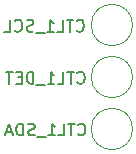
<source format=gbr>
%TF.GenerationSoftware,KiCad,Pcbnew,(6.0.0-0)*%
%TF.CreationDate,2022-08-25T03:12:56-06:00*%
%TF.ProjectId,FlippyControl,466c6970-7079-4436-9f6e-74726f6c2e6b,A*%
%TF.SameCoordinates,Original*%
%TF.FileFunction,Legend,Bot*%
%TF.FilePolarity,Positive*%
%FSLAX46Y46*%
G04 Gerber Fmt 4.6, Leading zero omitted, Abs format (unit mm)*
G04 Created by KiCad (PCBNEW (6.0.0-0)) date 2022-08-25 03:12:56*
%MOMM*%
%LPD*%
G01*
G04 APERTURE LIST*
G04 Aperture macros list*
%AMRoundRect*
0 Rectangle with rounded corners*
0 $1 Rounding radius*
0 $2 $3 $4 $5 $6 $7 $8 $9 X,Y pos of 4 corners*
0 Add a 4 corners polygon primitive as box body*
4,1,4,$2,$3,$4,$5,$6,$7,$8,$9,$2,$3,0*
0 Add four circle primitives for the rounded corners*
1,1,$1+$1,$2,$3*
1,1,$1+$1,$4,$5*
1,1,$1+$1,$6,$7*
1,1,$1+$1,$8,$9*
0 Add four rect primitives between the rounded corners*
20,1,$1+$1,$2,$3,$4,$5,0*
20,1,$1+$1,$4,$5,$6,$7,0*
20,1,$1+$1,$6,$7,$8,$9,0*
20,1,$1+$1,$8,$9,$2,$3,0*%
G04 Aperture macros list end*
%ADD10C,0.150000*%
%ADD11C,0.120000*%
%ADD12C,1.500000*%
%ADD13RoundRect,0.050000X-3.799586X0.649986X-3.799586X-0.649986X3.799586X-0.649986X3.799586X0.649986X0*%
%ADD14O,1.827200X2.132000*%
%ADD15C,4.164000*%
%ADD16C,2.900000*%
%ADD17O,0.800000X0.700000*%
%ADD18O,2.500000X1.000000*%
%ADD19O,1.800000X1.000000*%
%ADD20RoundRect,0.300000X-0.600000X-0.600000X0.600000X-0.600000X0.600000X0.600000X-0.600000X0.600000X0*%
%ADD21C,1.800000*%
%ADD22RoundRect,0.050000X-0.850000X0.850000X-0.850000X-0.850000X0.850000X-0.850000X0.850000X0.850000X0*%
%ADD23O,1.800000X1.800000*%
%ADD24C,3.100000*%
%ADD25C,0.700000*%
G04 APERTURE END LIST*
D10*
%TO.C,TP4*%
X162236095Y-103022142D02*
X162283714Y-103069761D01*
X162426571Y-103117380D01*
X162521809Y-103117380D01*
X162664666Y-103069761D01*
X162759904Y-102974523D01*
X162807523Y-102879285D01*
X162855142Y-102688809D01*
X162855142Y-102545952D01*
X162807523Y-102355476D01*
X162759904Y-102260238D01*
X162664666Y-102165000D01*
X162521809Y-102117380D01*
X162426571Y-102117380D01*
X162283714Y-102165000D01*
X162236095Y-102212619D01*
X161950380Y-102117380D02*
X161378952Y-102117380D01*
X161664666Y-103117380D02*
X161664666Y-102117380D01*
X160569428Y-103117380D02*
X161045619Y-103117380D01*
X161045619Y-102117380D01*
X159712285Y-103117380D02*
X160283714Y-103117380D01*
X159998000Y-103117380D02*
X159998000Y-102117380D01*
X160093238Y-102260238D01*
X160188476Y-102355476D01*
X160283714Y-102403095D01*
X159521809Y-103212619D02*
X158759904Y-103212619D01*
X158569428Y-103069761D02*
X158426571Y-103117380D01*
X158188476Y-103117380D01*
X158093238Y-103069761D01*
X158045619Y-103022142D01*
X157998000Y-102926904D01*
X157998000Y-102831666D01*
X158045619Y-102736428D01*
X158093238Y-102688809D01*
X158188476Y-102641190D01*
X158378952Y-102593571D01*
X158474190Y-102545952D01*
X158521809Y-102498333D01*
X158569428Y-102403095D01*
X158569428Y-102307857D01*
X158521809Y-102212619D01*
X158474190Y-102165000D01*
X158378952Y-102117380D01*
X158140857Y-102117380D01*
X157998000Y-102165000D01*
X157569428Y-103117380D02*
X157569428Y-102117380D01*
X157331333Y-102117380D01*
X157188476Y-102165000D01*
X157093238Y-102260238D01*
X157045619Y-102355476D01*
X156998000Y-102545952D01*
X156998000Y-102688809D01*
X157045619Y-102879285D01*
X157093238Y-102974523D01*
X157188476Y-103069761D01*
X157331333Y-103117380D01*
X157569428Y-103117380D01*
X156617047Y-102831666D02*
X156140857Y-102831666D01*
X156712285Y-103117380D02*
X156378952Y-102117380D01*
X156045619Y-103117380D01*
%TO.C,TP6*%
X162164666Y-98622142D02*
X162212285Y-98669761D01*
X162355142Y-98717380D01*
X162450380Y-98717380D01*
X162593238Y-98669761D01*
X162688476Y-98574523D01*
X162736095Y-98479285D01*
X162783714Y-98288809D01*
X162783714Y-98145952D01*
X162736095Y-97955476D01*
X162688476Y-97860238D01*
X162593238Y-97765000D01*
X162450380Y-97717380D01*
X162355142Y-97717380D01*
X162212285Y-97765000D01*
X162164666Y-97812619D01*
X161878952Y-97717380D02*
X161307523Y-97717380D01*
X161593238Y-98717380D02*
X161593238Y-97717380D01*
X160498000Y-98717380D02*
X160974190Y-98717380D01*
X160974190Y-97717380D01*
X159640857Y-98717380D02*
X160212285Y-98717380D01*
X159926571Y-98717380D02*
X159926571Y-97717380D01*
X160021809Y-97860238D01*
X160117047Y-97955476D01*
X160212285Y-98003095D01*
X159450380Y-98812619D02*
X158688476Y-98812619D01*
X158450380Y-98717380D02*
X158450380Y-97717380D01*
X158212285Y-97717380D01*
X158069428Y-97765000D01*
X157974190Y-97860238D01*
X157926571Y-97955476D01*
X157878952Y-98145952D01*
X157878952Y-98288809D01*
X157926571Y-98479285D01*
X157974190Y-98574523D01*
X158069428Y-98669761D01*
X158212285Y-98717380D01*
X158450380Y-98717380D01*
X157450380Y-98193571D02*
X157117047Y-98193571D01*
X156974190Y-98717380D02*
X157450380Y-98717380D01*
X157450380Y-97717380D01*
X156974190Y-97717380D01*
X156688476Y-97717380D02*
X156117047Y-97717380D01*
X156402761Y-98717380D02*
X156402761Y-97717380D01*
%TO.C,TP2*%
X162112285Y-94222142D02*
X162159904Y-94269761D01*
X162302761Y-94317380D01*
X162398000Y-94317380D01*
X162540857Y-94269761D01*
X162636095Y-94174523D01*
X162683714Y-94079285D01*
X162731333Y-93888809D01*
X162731333Y-93745952D01*
X162683714Y-93555476D01*
X162636095Y-93460238D01*
X162540857Y-93365000D01*
X162398000Y-93317380D01*
X162302761Y-93317380D01*
X162159904Y-93365000D01*
X162112285Y-93412619D01*
X161826571Y-93317380D02*
X161255142Y-93317380D01*
X161540857Y-94317380D02*
X161540857Y-93317380D01*
X160445619Y-94317380D02*
X160921809Y-94317380D01*
X160921809Y-93317380D01*
X159588476Y-94317380D02*
X160159904Y-94317380D01*
X159874190Y-94317380D02*
X159874190Y-93317380D01*
X159969428Y-93460238D01*
X160064666Y-93555476D01*
X160159904Y-93603095D01*
X159398000Y-94412619D02*
X158636095Y-94412619D01*
X158445619Y-94269761D02*
X158302761Y-94317380D01*
X158064666Y-94317380D01*
X157969428Y-94269761D01*
X157921809Y-94222142D01*
X157874190Y-94126904D01*
X157874190Y-94031666D01*
X157921809Y-93936428D01*
X157969428Y-93888809D01*
X158064666Y-93841190D01*
X158255142Y-93793571D01*
X158350380Y-93745952D01*
X158398000Y-93698333D01*
X158445619Y-93603095D01*
X158445619Y-93507857D01*
X158398000Y-93412619D01*
X158350380Y-93365000D01*
X158255142Y-93317380D01*
X158017047Y-93317380D01*
X157874190Y-93365000D01*
X156874190Y-94222142D02*
X156921809Y-94269761D01*
X157064666Y-94317380D01*
X157159904Y-94317380D01*
X157302761Y-94269761D01*
X157398000Y-94174523D01*
X157445619Y-94079285D01*
X157493238Y-93888809D01*
X157493238Y-93745952D01*
X157445619Y-93555476D01*
X157398000Y-93460238D01*
X157302761Y-93365000D01*
X157159904Y-93317380D01*
X157064666Y-93317380D01*
X156921809Y-93365000D01*
X156874190Y-93412619D01*
X155969428Y-94317380D02*
X156445619Y-94317380D01*
X156445619Y-93317380D01*
D11*
%TO.C,TP4*%
X166848000Y-102565000D02*
G75*
G03*
X166848000Y-102565000I-1750000J0D01*
G01*
%TO.C,TP6*%
X166848000Y-98165000D02*
G75*
G03*
X166848000Y-98165000I-1750000J0D01*
G01*
%TO.C,TP2*%
X166848000Y-93765000D02*
G75*
G03*
X166848000Y-93765000I-1750000J0D01*
G01*
%TD*%
%LPC*%
D12*
%TO.C,U1*%
X131128000Y-111435000D03*
X131128000Y-108895000D03*
X133668000Y-111435000D03*
X133668000Y-108895000D03*
X136208000Y-111435000D03*
X136208000Y-108895000D03*
X138748000Y-111435000D03*
X138748000Y-108895000D03*
X141288000Y-111435000D03*
X141288000Y-108895000D03*
X143828000Y-111435000D03*
X143828000Y-108895000D03*
X146368000Y-111435000D03*
X146368000Y-108895000D03*
X148908000Y-111435000D03*
X148908000Y-108895000D03*
X151448000Y-111435000D03*
X151448000Y-108895000D03*
X153988000Y-111435000D03*
X153988000Y-108895000D03*
X131128000Y-86035000D03*
X131128000Y-83495000D03*
X133668000Y-86035000D03*
X133668000Y-83495000D03*
X136208000Y-86035000D03*
X136208000Y-83495000D03*
X138748000Y-86035000D03*
X138748000Y-83495000D03*
X141288000Y-86035000D03*
X141288000Y-83495000D03*
X143828000Y-86035000D03*
X143828000Y-83495000D03*
X146368000Y-86035000D03*
X146368000Y-83495000D03*
X148908000Y-86035000D03*
X148908000Y-83495000D03*
X151448000Y-86035000D03*
X151448000Y-83495000D03*
X153988000Y-86035000D03*
X153988000Y-83495000D03*
%TD*%
D13*
%TO.C,J2*%
X174298000Y-112415000D03*
X174298000Y-110415004D03*
X174298000Y-114415123D03*
%TD*%
%TO.C,J1*%
X174274300Y-85215000D03*
X174274300Y-83215004D03*
X174274300Y-87215123D03*
%TD*%
D14*
%TO.C,P1*%
X138938000Y-123825000D03*
X141478000Y-123825000D03*
X144018000Y-123825000D03*
X146558000Y-123825000D03*
X149098000Y-123825000D03*
X151638000Y-123825000D03*
X154178000Y-123825000D03*
X156718000Y-123825000D03*
%TD*%
%TO.C,P2*%
X161798000Y-123825000D03*
X164338000Y-123825000D03*
X166878000Y-123825000D03*
X169418000Y-123825000D03*
X171958000Y-123825000D03*
X174498000Y-123825000D03*
%TD*%
%TO.C,P3*%
X129794000Y-75565000D03*
X132334000Y-75565000D03*
X134874000Y-75565000D03*
X137414000Y-75565000D03*
X139954000Y-75565000D03*
X142494000Y-75565000D03*
X145034000Y-75565000D03*
X147574000Y-75565000D03*
X150114000Y-75565000D03*
X152654000Y-75565000D03*
%TD*%
%TO.C,P4*%
X156718000Y-75565000D03*
X159258000Y-75565000D03*
X161798000Y-75565000D03*
X164338000Y-75565000D03*
X166878000Y-75565000D03*
X169418000Y-75565000D03*
X171958000Y-75565000D03*
X174498000Y-75565000D03*
%TD*%
D15*
%TO.C,P5*%
X124968000Y-123825000D03*
%TD*%
%TO.C,P7*%
X126238000Y-75565000D03*
%TD*%
D16*
%TO.C,TP7*%
X131098000Y-123065000D03*
%TD*%
D17*
%TO.C,J4*%
X171673000Y-101840000D03*
X171673000Y-100990000D03*
X171673000Y-100140000D03*
X171673000Y-99290000D03*
X171673000Y-98440000D03*
X171673000Y-97590000D03*
X171673000Y-96740000D03*
X171673000Y-95890000D03*
X173023000Y-95890000D03*
X173023000Y-96740000D03*
X173023000Y-97590000D03*
X173023000Y-98440000D03*
X173023000Y-99290000D03*
X173023000Y-100140000D03*
X173023000Y-100990000D03*
X173023000Y-101840000D03*
D18*
X172653000Y-94540000D03*
D19*
X176033000Y-94540000D03*
D18*
X172653000Y-103190000D03*
D19*
X176033000Y-103190000D03*
%TD*%
D20*
%TO.C,J3*%
X114645500Y-97615000D03*
D21*
X117185500Y-97615000D03*
X114645500Y-100155000D03*
X117185500Y-100155000D03*
X114645500Y-102695000D03*
X117185500Y-102695000D03*
X114645500Y-105235000D03*
X117185500Y-105235000D03*
X114645500Y-107775000D03*
X117185500Y-107775000D03*
X114645500Y-110315000D03*
X117185500Y-110315000D03*
%TD*%
D22*
%TO.C,JP1*%
X150598000Y-119065000D03*
D23*
X148058000Y-119065000D03*
X145518000Y-119065000D03*
%TD*%
D24*
%TO.C,TP4*%
X165098000Y-102565000D03*
%TD*%
%TO.C,TP6*%
X165098000Y-98165000D03*
%TD*%
%TO.C,TP2*%
X165098000Y-93765000D03*
%TD*%
D25*
X170498000Y-92465000D03*
X127998000Y-83565000D03*
X137398000Y-78265000D03*
X156898000Y-99365000D03*
X156898000Y-87165000D03*
X156898000Y-91865000D03*
X155998000Y-111465000D03*
X164648000Y-89215000D03*
X136098000Y-92465000D03*
X152698000Y-78065000D03*
X168798000Y-110365000D03*
X168847877Y-114415123D03*
X157398000Y-111565000D03*
X168848000Y-112415000D03*
X153898000Y-81265000D03*
X167698000Y-88665000D03*
X169798123Y-85264877D03*
X145698000Y-81265000D03*
X158598000Y-89765000D03*
X160098000Y-109265000D03*
X143798000Y-91465000D03*
X137498000Y-87765000D03*
X141298000Y-92465000D03*
X137998000Y-89365000D03*
X138998000Y-91865000D03*
X137098000Y-89365000D03*
X145498000Y-116765000D03*
X155798000Y-95665000D03*
X146798000Y-98665000D03*
X162848000Y-88615000D03*
X167798000Y-83665000D03*
X174223000Y-97565000D03*
X170723000Y-97565000D03*
M02*

</source>
